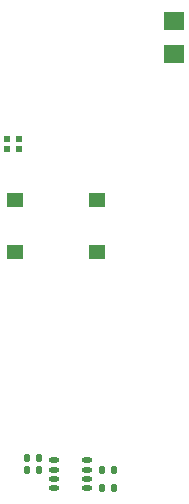
<source format=gtp>
G04 #@! TF.GenerationSoftware,KiCad,Pcbnew,7.0.2*
G04 #@! TF.CreationDate,2023-08-11T05:28:22+05:00*
G04 #@! TF.ProjectId,Adafruit QT Py ESP32-C3,41646166-7275-4697-9420-515420507920,rev?*
G04 #@! TF.SameCoordinates,Original*
G04 #@! TF.FileFunction,Paste,Top*
G04 #@! TF.FilePolarity,Positive*
%FSLAX46Y46*%
G04 Gerber Fmt 4.6, Leading zero omitted, Abs format (unit mm)*
G04 Created by KiCad (PCBNEW 7.0.2) date 2023-08-11 05:28:22*
%MOMM*%
%LPD*%
G01*
G04 APERTURE LIST*
G04 Aperture macros list*
%AMRoundRect*
0 Rectangle with rounded corners*
0 $1 Rounding radius*
0 $2 $3 $4 $5 $6 $7 $8 $9 X,Y pos of 4 corners*
0 Add a 4 corners polygon primitive as box body*
4,1,4,$2,$3,$4,$5,$6,$7,$8,$9,$2,$3,0*
0 Add four circle primitives for the rounded corners*
1,1,$1+$1,$2,$3*
1,1,$1+$1,$4,$5*
1,1,$1+$1,$6,$7*
1,1,$1+$1,$8,$9*
0 Add four rect primitives between the rounded corners*
20,1,$1+$1,$2,$3,$4,$5,0*
20,1,$1+$1,$4,$5,$6,$7,0*
20,1,$1+$1,$6,$7,$8,$9,0*
20,1,$1+$1,$8,$9,$2,$3,0*%
G04 Aperture macros list end*
%ADD10RoundRect,0.140000X0.140000X0.170000X-0.140000X0.170000X-0.140000X-0.170000X0.140000X-0.170000X0*%
%ADD11R,1.800000X1.600000*%
%ADD12R,1.360000X1.230000*%
%ADD13R,0.500000X0.500000*%
%ADD14O,0.900000X0.448000*%
%ADD15RoundRect,0.135000X0.135000X0.185000X-0.135000X0.185000X-0.135000X-0.185000X0.135000X-0.185000X0*%
G04 APERTURE END LIST*
D10*
G04 #@! TO.C,C12*
X153330000Y-133750000D03*
X152370000Y-133750000D03*
G04 #@! TD*
D11*
G04 #@! TO.C,X1*
X158420000Y-98590000D03*
X158420000Y-95790000D03*
G04 #@! TD*
D12*
G04 #@! TO.C,Q1*
X145000000Y-110925000D03*
X145000000Y-115295000D03*
G04 #@! TD*
D13*
G04 #@! TO.C,LED1*
X144350000Y-106630000D03*
X145350000Y-106630000D03*
X145350000Y-105730000D03*
X144350000Y-105730000D03*
G04 #@! TD*
D12*
G04 #@! TO.C,Q2*
X151930000Y-110925000D03*
X151930000Y-115295000D03*
G04 #@! TD*
D10*
G04 #@! TO.C,C5*
X153330000Y-135330000D03*
X152370000Y-135330000D03*
G04 #@! TD*
D14*
G04 #@! TO.C,U3*
X148300000Y-135339000D03*
X148300000Y-134539000D03*
X148300000Y-133739000D03*
X148300000Y-132939000D03*
X151100000Y-132939000D03*
X151100000Y-133739000D03*
X151100000Y-134539000D03*
X151100000Y-135339000D03*
G04 #@! TD*
D15*
G04 #@! TO.C,R22*
X146020000Y-132770000D03*
X147040000Y-132770000D03*
G04 #@! TD*
G04 #@! TO.C,R23*
X146020000Y-133770000D03*
X147040000Y-133770000D03*
G04 #@! TD*
M02*

</source>
